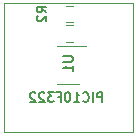
<source format=gbo>
G04 #@! TF.GenerationSoftware,KiCad,Pcbnew,5.1.2-f72e74a~84~ubuntu16.04.1*
G04 #@! TF.CreationDate,2019-06-06T18:14:26+02:00*
G04 #@! TF.ProjectId,rs232-rs485,72733233-322d-4727-9334-38352e6b6963,rev?*
G04 #@! TF.SameCoordinates,Original*
G04 #@! TF.FileFunction,Legend,Bot*
G04 #@! TF.FilePolarity,Positive*
%FSLAX46Y46*%
G04 Gerber Fmt 4.6, Leading zero omitted, Abs format (unit mm)*
G04 Created by KiCad (PCBNEW 5.1.2-f72e74a~84~ubuntu16.04.1) date 2019-06-06 18:14:26*
%MOMM*%
%LPD*%
G04 APERTURE LIST*
%ADD10C,0.050000*%
%ADD11C,0.120000*%
%ADD12C,0.150000*%
G04 APERTURE END LIST*
D10*
X125603000Y-108839000D02*
X125476000Y-108839000D01*
X125476000Y-108712000D02*
X125476000Y-108839000D01*
X125476000Y-97917000D02*
X125603000Y-97917000D01*
X136398000Y-97917000D02*
X136271000Y-97917000D01*
X136271000Y-108839000D02*
X136398000Y-108839000D01*
X136271000Y-108839000D02*
X125603000Y-108839000D01*
X136398000Y-97917000D02*
X136398000Y-108839000D01*
X125603000Y-97917000D02*
X136271000Y-97917000D01*
X125476000Y-108712000D02*
X125476000Y-97917000D01*
D11*
X130805422Y-99747000D02*
X131322578Y-99747000D01*
X130805422Y-101167000D02*
X131322578Y-101167000D01*
X131322578Y-99516000D02*
X130805422Y-99516000D01*
X131322578Y-98096000D02*
X130805422Y-98096000D01*
X130037000Y-101514000D02*
X132487000Y-101514000D01*
X131837000Y-104734000D02*
X130037000Y-104734000D01*
D12*
X129091404Y-98672666D02*
X128710452Y-98406000D01*
X129091404Y-98215523D02*
X128291404Y-98215523D01*
X128291404Y-98520285D01*
X128329500Y-98596476D01*
X128367595Y-98634571D01*
X128443785Y-98672666D01*
X128558071Y-98672666D01*
X128634261Y-98634571D01*
X128672357Y-98596476D01*
X128710452Y-98520285D01*
X128710452Y-98215523D01*
X128367595Y-98977428D02*
X128329500Y-99015523D01*
X128291404Y-99091714D01*
X128291404Y-99282190D01*
X128329500Y-99358380D01*
X128367595Y-99396476D01*
X128443785Y-99434571D01*
X128519976Y-99434571D01*
X128634261Y-99396476D01*
X129091404Y-98939333D01*
X129091404Y-99434571D01*
X130549704Y-102387476D02*
X131197323Y-102387476D01*
X131273514Y-102425571D01*
X131311609Y-102463666D01*
X131349704Y-102539857D01*
X131349704Y-102692238D01*
X131311609Y-102768428D01*
X131273514Y-102806523D01*
X131197323Y-102844619D01*
X130549704Y-102844619D01*
X131349704Y-103644619D02*
X131349704Y-103187476D01*
X131349704Y-103416047D02*
X130549704Y-103416047D01*
X130663990Y-103339857D01*
X130740180Y-103263666D01*
X130778276Y-103187476D01*
X133832219Y-106254504D02*
X133832219Y-105454504D01*
X133527457Y-105454504D01*
X133451266Y-105492600D01*
X133413171Y-105530695D01*
X133375076Y-105606885D01*
X133375076Y-105721171D01*
X133413171Y-105797361D01*
X133451266Y-105835457D01*
X133527457Y-105873552D01*
X133832219Y-105873552D01*
X133032219Y-106254504D02*
X133032219Y-105454504D01*
X132194123Y-106178314D02*
X132232219Y-106216409D01*
X132346504Y-106254504D01*
X132422695Y-106254504D01*
X132536980Y-106216409D01*
X132613171Y-106140219D01*
X132651266Y-106064028D01*
X132689361Y-105911647D01*
X132689361Y-105797361D01*
X132651266Y-105644980D01*
X132613171Y-105568790D01*
X132536980Y-105492600D01*
X132422695Y-105454504D01*
X132346504Y-105454504D01*
X132232219Y-105492600D01*
X132194123Y-105530695D01*
X131432219Y-106254504D02*
X131889361Y-106254504D01*
X131660790Y-106254504D02*
X131660790Y-105454504D01*
X131736980Y-105568790D01*
X131813171Y-105644980D01*
X131889361Y-105683076D01*
X130936980Y-105454504D02*
X130860790Y-105454504D01*
X130784600Y-105492600D01*
X130746504Y-105530695D01*
X130708409Y-105606885D01*
X130670314Y-105759266D01*
X130670314Y-105949742D01*
X130708409Y-106102123D01*
X130746504Y-106178314D01*
X130784600Y-106216409D01*
X130860790Y-106254504D01*
X130936980Y-106254504D01*
X131013171Y-106216409D01*
X131051266Y-106178314D01*
X131089361Y-106102123D01*
X131127457Y-105949742D01*
X131127457Y-105759266D01*
X131089361Y-105606885D01*
X131051266Y-105530695D01*
X131013171Y-105492600D01*
X130936980Y-105454504D01*
X130060790Y-105835457D02*
X130327457Y-105835457D01*
X130327457Y-106254504D02*
X130327457Y-105454504D01*
X129946504Y-105454504D01*
X129717933Y-105454504D02*
X129222695Y-105454504D01*
X129489361Y-105759266D01*
X129375076Y-105759266D01*
X129298885Y-105797361D01*
X129260790Y-105835457D01*
X129222695Y-105911647D01*
X129222695Y-106102123D01*
X129260790Y-106178314D01*
X129298885Y-106216409D01*
X129375076Y-106254504D01*
X129603647Y-106254504D01*
X129679838Y-106216409D01*
X129717933Y-106178314D01*
X128917933Y-105530695D02*
X128879838Y-105492600D01*
X128803647Y-105454504D01*
X128613171Y-105454504D01*
X128536980Y-105492600D01*
X128498885Y-105530695D01*
X128460790Y-105606885D01*
X128460790Y-105683076D01*
X128498885Y-105797361D01*
X128956028Y-106254504D01*
X128460790Y-106254504D01*
X128156028Y-105530695D02*
X128117933Y-105492600D01*
X128041742Y-105454504D01*
X127851266Y-105454504D01*
X127775076Y-105492600D01*
X127736980Y-105530695D01*
X127698885Y-105606885D01*
X127698885Y-105683076D01*
X127736980Y-105797361D01*
X128194123Y-106254504D01*
X127698885Y-106254504D01*
M02*

</source>
